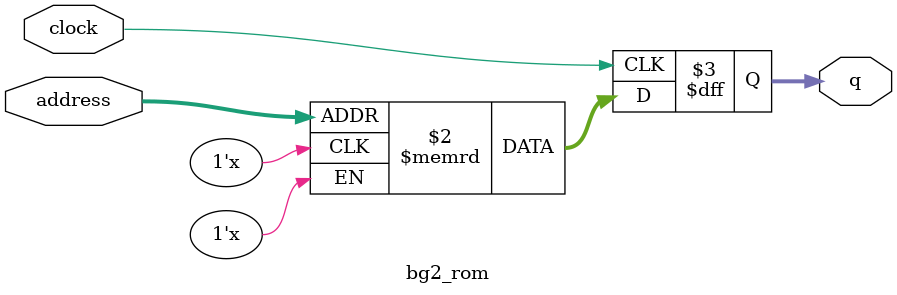
<source format=sv>
module bg2_rom (
	input logic clock,
	input logic [12:0] address,
	output logic [2:0] q
);

logic [2:0] memory [0:6499] /* synthesis ram_init_file = "./bg2/bg2.COE" */;

always_ff @ (posedge clock) begin
	q <= memory[address];
end

endmodule

</source>
